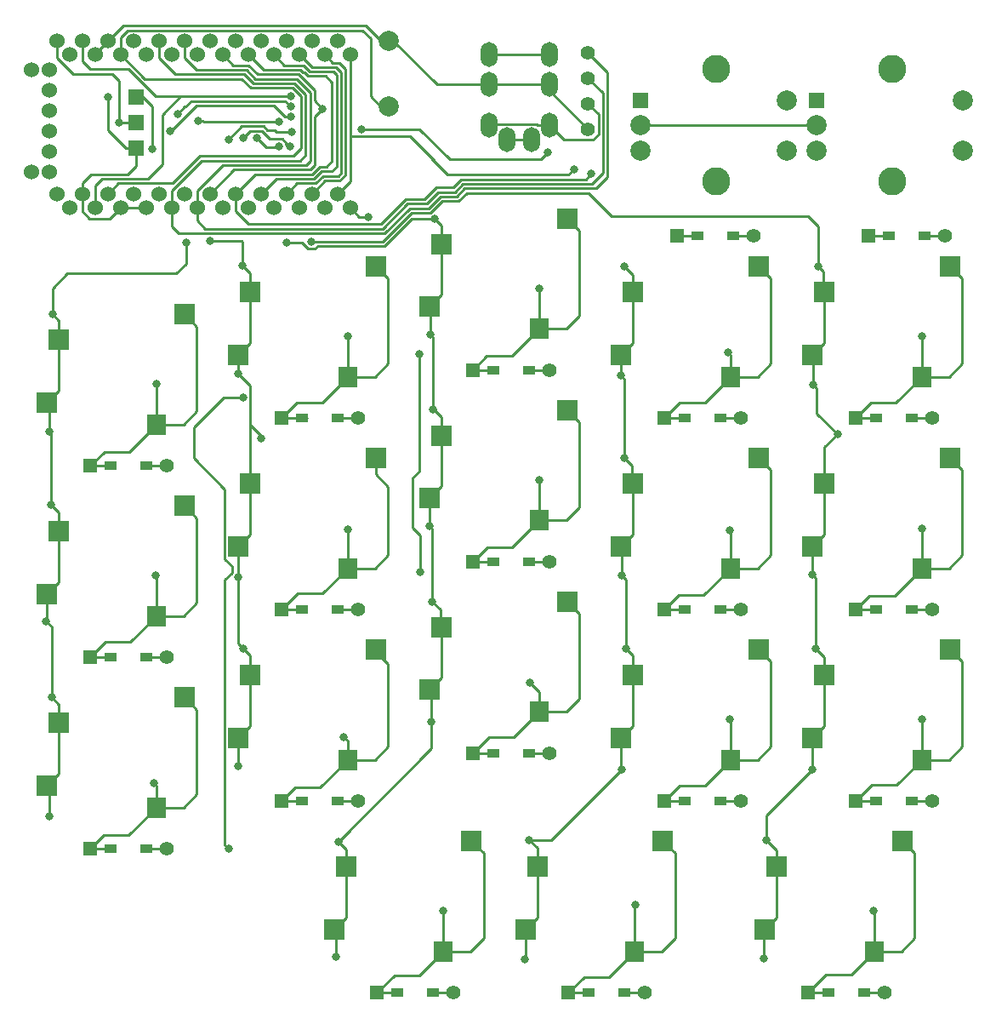
<source format=gbl>
G04 #@! TF.GenerationSoftware,KiCad,Pcbnew,(5.1.6-0-10_14)*
G04 #@! TF.CreationDate,2022-08-07T23:10:57+09:00*
G04 #@! TF.ProjectId,cool536,636f6f6c-3533-4362-9e6b-696361645f70,rev?*
G04 #@! TF.SameCoordinates,Original*
G04 #@! TF.FileFunction,Copper,L2,Bot*
G04 #@! TF.FilePolarity,Positive*
%FSLAX46Y46*%
G04 Gerber Fmt 4.6, Leading zero omitted, Abs format (unit mm)*
G04 Created by KiCad (PCBNEW (5.1.6-0-10_14)) date 2022-08-07 23:10:57*
%MOMM*%
%LPD*%
G01*
G04 APERTURE LIST*
G04 #@! TA.AperFunction,WasherPad*
%ADD10C,1.524000*%
G04 #@! TD*
G04 #@! TA.AperFunction,SMDPad,CuDef*
%ADD11R,2.000000X2.000000*%
G04 #@! TD*
G04 #@! TA.AperFunction,SMDPad,CuDef*
%ADD12R,1.900000X2.000000*%
G04 #@! TD*
G04 #@! TA.AperFunction,ComponentPad*
%ADD13C,2.000000*%
G04 #@! TD*
G04 #@! TA.AperFunction,SMDPad,CuDef*
%ADD14R,1.300000X0.950000*%
G04 #@! TD*
G04 #@! TA.AperFunction,ComponentPad*
%ADD15C,1.397000*%
G04 #@! TD*
G04 #@! TA.AperFunction,ComponentPad*
%ADD16R,1.397000X1.397000*%
G04 #@! TD*
G04 #@! TA.AperFunction,ComponentPad*
%ADD17O,1.700000X2.500000*%
G04 #@! TD*
G04 #@! TA.AperFunction,ComponentPad*
%ADD18R,1.500000X1.500000*%
G04 #@! TD*
G04 #@! TA.AperFunction,ComponentPad*
%ADD19C,2.800000*%
G04 #@! TD*
G04 #@! TA.AperFunction,SMDPad,CuDef*
%ADD20R,1.524000X1.524000*%
G04 #@! TD*
G04 #@! TA.AperFunction,ComponentPad*
%ADD21C,1.524000*%
G04 #@! TD*
G04 #@! TA.AperFunction,ViaPad*
%ADD22C,0.800000*%
G04 #@! TD*
G04 #@! TA.AperFunction,Conductor*
%ADD23C,0.250000*%
G04 #@! TD*
G04 APERTURE END LIST*
D10*
X39906800Y-38910000D03*
X39906800Y-49070000D03*
X41710000Y-38910000D03*
X41710000Y-40942000D03*
X41710000Y-42974000D03*
X41710000Y-45006000D03*
X41710000Y-47038000D03*
X41710000Y-49070000D03*
D11*
X93250000Y-91790000D03*
X80750000Y-94330000D03*
D12*
X90450000Y-102770000D03*
D11*
X79550000Y-100570000D03*
X41450000Y-91045000D03*
D12*
X52350000Y-93245000D03*
D11*
X42650000Y-84805000D03*
X55150000Y-82265000D03*
X74200000Y-77502500D03*
X61700000Y-80042500D03*
D12*
X71400000Y-88482500D03*
D11*
X60500000Y-86282500D03*
D13*
X75460000Y-36040000D03*
X75460000Y-42540000D03*
D14*
X70375000Y-73532499D03*
D15*
X72410000Y-73532499D03*
D16*
X64790000Y-73532499D03*
D14*
X66825000Y-73532499D03*
D17*
X87250000Y-45870000D03*
X91450000Y-44370000D03*
X91450000Y-40370000D03*
X91450000Y-37370000D03*
X85500000Y-40370000D03*
X85500000Y-37370000D03*
X89700000Y-45870000D03*
X85500000Y-44370000D03*
D11*
X112300000Y-77502500D03*
X99800000Y-80042500D03*
D12*
X109500000Y-88482500D03*
D11*
X98600000Y-86282500D03*
X89075000Y-124382500D03*
D12*
X99975000Y-126582500D03*
D11*
X90275000Y-118142500D03*
X102775000Y-115602500D03*
X70025000Y-124382500D03*
D12*
X80925000Y-126582500D03*
D11*
X71225000Y-118142500D03*
X83725000Y-115602500D03*
X131350000Y-96552500D03*
X118850000Y-99092500D03*
D12*
X128550000Y-107532500D03*
D11*
X117650000Y-105332500D03*
X131350000Y-58452499D03*
X118850000Y-60992499D03*
D12*
X128550000Y-69432499D03*
D11*
X117650000Y-67232499D03*
X60500000Y-105332500D03*
D12*
X71400000Y-107532500D03*
D11*
X61700000Y-99092500D03*
X74200000Y-96552500D03*
X112300000Y-96552500D03*
X99800000Y-99092500D03*
D12*
X109500000Y-107532500D03*
D11*
X98600000Y-105332500D03*
X131350000Y-77502500D03*
X118850000Y-80042500D03*
D12*
X128550000Y-88482500D03*
D11*
X117650000Y-86282500D03*
X55150000Y-101315000D03*
X42650000Y-103855000D03*
D12*
X52350000Y-112295000D03*
D11*
X41450000Y-110095000D03*
X93250000Y-72740000D03*
X80750000Y-75280000D03*
D12*
X90450000Y-83720000D03*
D11*
X79550000Y-81520000D03*
D14*
X108475000Y-92582500D03*
D15*
X110510000Y-92582500D03*
D16*
X102890000Y-92582500D03*
D14*
X104925000Y-92582500D03*
X127525000Y-92582500D03*
D15*
X129560000Y-92582500D03*
D16*
X121940000Y-92582500D03*
D14*
X123975000Y-92582500D03*
X98950000Y-130682500D03*
D15*
X100985000Y-130682500D03*
D16*
X93365000Y-130682500D03*
D14*
X95400000Y-130682500D03*
X122763000Y-130682500D03*
D15*
X124798000Y-130682500D03*
D16*
X117178000Y-130682500D03*
D14*
X119213000Y-130682500D03*
D15*
X111830000Y-55420000D03*
D16*
X104210000Y-55420000D03*
D14*
X106245000Y-55420000D03*
X109795000Y-55420000D03*
D15*
X130870000Y-55400000D03*
D16*
X123250000Y-55400000D03*
D14*
X125285000Y-55400000D03*
X128835000Y-55400000D03*
D18*
X118090000Y-41910000D03*
D13*
X118090000Y-44410000D03*
X118090000Y-46910000D03*
D19*
X125590000Y-38810000D03*
X125590000Y-50010000D03*
D13*
X132590000Y-41910000D03*
X132590000Y-46910000D03*
D18*
X100560000Y-41910000D03*
D13*
X100560000Y-44410000D03*
X100560000Y-46910000D03*
D19*
X108060000Y-38810000D03*
X108060000Y-50010000D03*
D13*
X115060000Y-41910000D03*
X115060000Y-46910000D03*
D14*
X51325000Y-116395000D03*
D15*
X53360000Y-116395000D03*
D16*
X45740000Y-116395000D03*
D14*
X47775000Y-116395000D03*
D20*
X50300000Y-46680000D03*
X50300000Y-44140000D03*
X50300000Y-41600000D03*
D14*
X89425000Y-68770000D03*
D15*
X91460000Y-68770000D03*
D16*
X83840000Y-68770000D03*
D14*
X85875000Y-68770000D03*
X108475000Y-73532499D03*
D15*
X110510000Y-73532499D03*
D16*
X102890000Y-73532499D03*
D14*
X104925000Y-73532499D03*
X51325000Y-97345000D03*
D15*
X53360000Y-97345000D03*
D16*
X45740000Y-97345000D03*
D14*
X47775000Y-97345000D03*
X127525000Y-73532499D03*
D15*
X129560000Y-73532499D03*
D16*
X121940000Y-73532499D03*
D14*
X123975000Y-73532499D03*
X89425000Y-87820000D03*
D15*
X91460000Y-87820000D03*
D16*
X83840000Y-87820000D03*
D14*
X85875000Y-87820000D03*
X70375000Y-92582500D03*
D15*
X72410000Y-92582500D03*
D16*
X64790000Y-92582500D03*
D14*
X66825000Y-92582500D03*
X70375000Y-111632500D03*
D15*
X72410000Y-111632500D03*
D16*
X64790000Y-111632500D03*
D14*
X66825000Y-111632500D03*
X89425000Y-106870000D03*
D15*
X91460000Y-106870000D03*
D16*
X83840000Y-106870000D03*
D14*
X85875000Y-106870000D03*
X108475000Y-111632500D03*
D15*
X110510000Y-111632500D03*
D16*
X102890000Y-111632500D03*
D14*
X104925000Y-111632500D03*
X127525000Y-111632500D03*
D15*
X129560000Y-111632500D03*
D16*
X121940000Y-111632500D03*
D14*
X123975000Y-111632500D03*
X79900000Y-130682500D03*
D15*
X81935000Y-130682500D03*
D16*
X74315000Y-130682500D03*
D14*
X76350000Y-130682500D03*
D15*
X95330000Y-44820000D03*
X95330000Y-42280000D03*
X95330000Y-39740000D03*
X95330000Y-37200000D03*
D21*
X43692000Y-37360000D03*
X46232000Y-37360000D03*
X48772000Y-37360000D03*
X51312000Y-37360000D03*
X53852000Y-37360000D03*
X56392000Y-37360000D03*
X58932000Y-37360000D03*
X61472000Y-37360000D03*
X64012000Y-37360000D03*
X66552000Y-37360000D03*
X69092000Y-37360000D03*
X71632000Y-37360000D03*
X71632000Y-52600000D03*
X69092000Y-52600000D03*
X66552000Y-52600000D03*
X64012000Y-52600000D03*
X61472000Y-52600000D03*
X58932000Y-52600000D03*
X56392000Y-52600000D03*
X53852000Y-52600000D03*
X51312000Y-52600000D03*
X48772000Y-52600000D03*
X46232000Y-52600000D03*
X43692000Y-52600000D03*
X42422000Y-36053600D03*
X44962000Y-36053600D03*
X47502000Y-36053600D03*
X50042000Y-36053600D03*
X52582000Y-36053600D03*
X55122000Y-36053600D03*
X57662000Y-36053600D03*
X60202000Y-36053600D03*
X62742000Y-36053600D03*
X65282000Y-36053600D03*
X67822000Y-36053600D03*
X70362000Y-36053600D03*
X70362000Y-51273600D03*
X67822000Y-51273600D03*
X65282000Y-51273600D03*
X62742000Y-51273600D03*
X60202000Y-51273600D03*
X57662000Y-51273600D03*
X55122000Y-51273600D03*
X52582000Y-51273600D03*
X50042000Y-51273600D03*
X47502000Y-51273600D03*
X44962000Y-51273600D03*
X42422000Y-51273600D03*
D14*
X51325000Y-78295000D03*
D15*
X53360000Y-78295000D03*
D16*
X45740000Y-78295000D03*
D14*
X47775000Y-78295000D03*
D11*
X126588000Y-115602500D03*
X114088000Y-118142500D03*
D12*
X123788000Y-126582500D03*
D11*
X112888000Y-124382500D03*
X60500000Y-67232499D03*
D12*
X71400000Y-69432499D03*
D11*
X61700000Y-60992499D03*
X74200000Y-58452499D03*
X79550000Y-62470000D03*
D12*
X90450000Y-64670000D03*
D11*
X80750000Y-56230000D03*
X93250000Y-53690000D03*
X98600000Y-67232499D03*
D12*
X109500000Y-69432499D03*
D11*
X99800000Y-60992499D03*
X112300000Y-58452499D03*
X41450000Y-71995000D03*
D12*
X52350000Y-74195000D03*
D11*
X42650000Y-65755000D03*
X55150000Y-63215000D03*
D22*
X52350001Y-70169999D03*
X71387498Y-65407498D03*
X90475001Y-60644999D03*
X109240000Y-67020000D03*
X128577498Y-65407498D03*
X52309999Y-89219999D03*
X71400000Y-84650000D03*
X90474999Y-79694999D03*
X109425000Y-84695000D03*
X128550000Y-84490000D03*
X52101999Y-109841999D03*
X70995749Y-105235749D03*
X89515000Y-99815000D03*
X109467499Y-103507499D03*
X128527499Y-103507499D03*
X80917499Y-122557499D03*
X99987501Y-121957501D03*
X123767499Y-122557499D03*
X73450000Y-53534990D03*
X78643501Y-88843501D03*
X78500000Y-67200000D03*
X60970000Y-71460000D03*
X59525000Y-116395000D03*
X95667158Y-49202842D03*
X53700000Y-44970000D03*
X65700102Y-43535359D03*
X51940000Y-46730000D03*
X47520000Y-41600000D03*
X65745552Y-41536497D03*
X48600000Y-44170000D03*
X64520000Y-44020000D03*
X72770000Y-44780000D03*
X91280000Y-47094980D03*
X56490000Y-43990000D03*
X65835858Y-45054142D03*
X59590000Y-45800000D03*
X54470000Y-43266990D03*
X41940000Y-101330000D03*
X41700000Y-74880000D03*
X55300000Y-56060000D03*
X41390000Y-93730000D03*
X41900000Y-82150000D03*
X65697833Y-42535360D03*
X42000000Y-63210000D03*
X41730000Y-113190000D03*
X65630000Y-46540000D03*
X60990000Y-45695000D03*
X64520000Y-46500000D03*
X62380000Y-45695000D03*
X68910000Y-42780000D03*
X60510000Y-89360000D03*
X60980000Y-96430000D03*
X60950000Y-58380000D03*
X60510000Y-108180000D03*
X57710000Y-55885010D03*
X60490000Y-69080000D03*
X62780000Y-75530000D03*
X70220000Y-127080000D03*
X79550000Y-84250000D03*
X79810000Y-91790000D03*
X79700000Y-103740000D03*
X65280000Y-56100000D03*
X80070000Y-53740000D03*
X70450000Y-115660000D03*
X79610000Y-65240000D03*
X79910000Y-72670000D03*
X117750000Y-70210000D03*
X67790000Y-55960000D03*
X117620000Y-89120000D03*
X113070000Y-115480000D03*
X112830000Y-127280000D03*
X117670000Y-108450000D03*
X118262499Y-58452499D03*
X117960000Y-96450000D03*
X120140000Y-75100000D03*
X93905000Y-48815000D03*
X89470000Y-115510000D03*
X99100000Y-96470000D03*
X98710000Y-89200000D03*
X98952500Y-77502500D03*
X98640000Y-108520000D03*
X98900000Y-58420000D03*
X98590000Y-69330000D03*
X89050000Y-127360000D03*
D23*
X55051002Y-74195000D02*
X56375001Y-72871001D01*
X52350000Y-74195000D02*
X55051002Y-74195000D01*
X56375001Y-72871001D02*
X56375001Y-64440001D01*
X52350000Y-74195000D02*
X49665000Y-76880000D01*
X47155000Y-76880000D02*
X45740000Y-78295000D01*
X49665000Y-76880000D02*
X47155000Y-76880000D01*
X45740000Y-78295000D02*
X47775000Y-78295000D01*
X52350001Y-72944999D02*
X52350001Y-70169999D01*
X52350000Y-74195000D02*
X52350001Y-72944999D01*
X56375001Y-64440001D02*
X55150000Y-63215000D01*
X71400000Y-69432499D02*
X68862499Y-71970000D01*
X68862499Y-71970000D02*
X66352499Y-71970000D01*
X66352499Y-71970000D02*
X64790000Y-73532499D01*
X64790000Y-73532499D02*
X67337501Y-73532499D01*
X74200000Y-58452499D02*
X75425001Y-59677500D01*
X75425001Y-59677500D02*
X75425001Y-68108500D01*
X74101002Y-69432499D02*
X71400000Y-69432499D01*
X75425001Y-68108500D02*
X74101002Y-69432499D01*
X71400000Y-69432499D02*
X71400000Y-65420000D01*
X71400000Y-65420000D02*
X71387498Y-65407498D01*
X94475001Y-63346001D02*
X93151002Y-64670000D01*
X94475001Y-54915001D02*
X94475001Y-63346001D01*
X93250000Y-53690000D02*
X94475001Y-54915001D01*
X93151002Y-64670000D02*
X90450000Y-64670000D01*
X90450000Y-60670000D02*
X90475001Y-60644999D01*
X90450000Y-64670000D02*
X90450000Y-60670000D01*
X87760000Y-67360000D02*
X85250000Y-67360000D01*
X85250000Y-67360000D02*
X83840000Y-68770000D01*
X90450000Y-64670000D02*
X87760000Y-67360000D01*
X83840000Y-68770000D02*
X85875000Y-68770000D01*
X104432499Y-71990000D02*
X102890000Y-73532499D01*
X102890000Y-73532499D02*
X104925000Y-73532499D01*
X106942499Y-71990000D02*
X104432499Y-71990000D01*
X109500000Y-69432499D02*
X106942499Y-71990000D01*
X113525001Y-59677500D02*
X113525001Y-68108500D01*
X112300000Y-58452499D02*
X113525001Y-59677500D01*
X113525001Y-68108500D02*
X112201002Y-69432499D01*
X112201002Y-69432499D02*
X109500000Y-69432499D01*
X109500000Y-67280000D02*
X109240000Y-67020000D01*
X109500000Y-69432499D02*
X109500000Y-67280000D01*
X128550000Y-65434996D02*
X128577498Y-65407498D01*
X128550000Y-69432499D02*
X128550000Y-65434996D01*
X131350000Y-58452499D02*
X132575001Y-59677500D01*
X131251002Y-69432499D02*
X128550000Y-69432499D01*
X132575001Y-59677500D02*
X132575001Y-68108500D01*
X121940000Y-73532499D02*
X123975000Y-73532499D01*
X132575001Y-68108500D02*
X131251002Y-69432499D01*
X123462499Y-72010000D02*
X121940000Y-73532499D01*
X128550000Y-69432499D02*
X125972499Y-72010000D01*
X125972499Y-72010000D02*
X123462499Y-72010000D01*
X55051002Y-93245000D02*
X52350000Y-93245000D01*
X56375001Y-91921001D02*
X55051002Y-93245000D01*
X52350000Y-89260000D02*
X52309999Y-89219999D01*
X45740000Y-97345000D02*
X47775000Y-97345000D01*
X47265000Y-95820000D02*
X45740000Y-97345000D01*
X49775000Y-95820000D02*
X47265000Y-95820000D01*
X52350000Y-93245000D02*
X49775000Y-95820000D01*
X56375001Y-83490001D02*
X56375001Y-91921001D01*
X55150000Y-82265000D02*
X56375001Y-83490001D01*
X52350000Y-93245000D02*
X52350000Y-89260000D01*
X64790000Y-92582500D02*
X66825000Y-92582500D01*
X71400000Y-88482500D02*
X71400000Y-84650000D01*
X68902500Y-90980000D02*
X66392500Y-90980000D01*
X66392500Y-90980000D02*
X64790000Y-92582500D01*
X74200000Y-77502500D02*
X74200000Y-79131498D01*
X74101002Y-88482500D02*
X71400000Y-88482500D01*
X74200000Y-79131498D02*
X75425001Y-80356499D01*
X75425001Y-80356499D02*
X75425001Y-87158501D01*
X75425001Y-87158501D02*
X74101002Y-88482500D01*
X71400000Y-88482500D02*
X68902500Y-90980000D01*
X83840000Y-87820000D02*
X85875000Y-87820000D01*
X85270000Y-86390000D02*
X83840000Y-87820000D01*
X87780000Y-86390000D02*
X85270000Y-86390000D01*
X93250000Y-72740000D02*
X94425001Y-73915001D01*
X94425001Y-73915001D02*
X94425001Y-78704999D01*
X94475001Y-78754999D02*
X94475001Y-82396001D01*
X94425001Y-78704999D02*
X94475001Y-78754999D01*
X94475001Y-82396001D02*
X93151002Y-83720000D01*
X93151002Y-83720000D02*
X90450000Y-83720000D01*
X90450000Y-83720000D02*
X87780000Y-86390000D01*
X90450000Y-83720000D02*
X90450000Y-79719998D01*
X90450000Y-79719998D02*
X90474999Y-79694999D01*
X109500000Y-84770000D02*
X109425000Y-84695000D01*
X106842500Y-91140000D02*
X104332500Y-91140000D01*
X104332500Y-91140000D02*
X102890000Y-92582500D01*
X113525001Y-87158501D02*
X112201002Y-88482500D01*
X112300000Y-77502500D02*
X113525001Y-78727501D01*
X113525001Y-78727501D02*
X113525001Y-87158501D01*
X112201002Y-88482500D02*
X109500000Y-88482500D01*
X102890000Y-92582500D02*
X104925000Y-92582500D01*
X109500000Y-88482500D02*
X106842500Y-91140000D01*
X109500000Y-88482500D02*
X109500000Y-84770000D01*
X128550000Y-88482500D02*
X125842500Y-91190000D01*
X121940000Y-92582500D02*
X123975000Y-92582500D01*
X125842500Y-91190000D02*
X123332500Y-91190000D01*
X123332500Y-91190000D02*
X121940000Y-92582500D01*
X132575001Y-87158501D02*
X131251002Y-88482500D01*
X132575001Y-78727501D02*
X132575001Y-87158501D01*
X131350000Y-77502500D02*
X132575001Y-78727501D01*
X131251002Y-88482500D02*
X128550000Y-88482500D01*
X128550000Y-88482500D02*
X128550000Y-84490000D01*
X49595000Y-115050000D02*
X47085000Y-115050000D01*
X47085000Y-115050000D02*
X45740000Y-116395000D01*
X52350000Y-110090000D02*
X52101999Y-109841999D01*
X52350000Y-112295000D02*
X52350000Y-110090000D01*
X45740000Y-116395000D02*
X47775000Y-116395000D01*
X52350000Y-112295000D02*
X49595000Y-115050000D01*
X55150000Y-101315000D02*
X56375001Y-102540001D01*
X56375001Y-102540001D02*
X56375001Y-110971001D01*
X56375001Y-110971001D02*
X55051002Y-112295000D01*
X55051002Y-112295000D02*
X52350000Y-112295000D01*
X66132500Y-110290000D02*
X64790000Y-111632500D01*
X68642500Y-110290000D02*
X66132500Y-110290000D01*
X71400000Y-107532500D02*
X68642500Y-110290000D01*
X74101002Y-107532500D02*
X71400000Y-107532500D01*
X74200000Y-96790000D02*
X75425001Y-98015001D01*
X75425001Y-98015001D02*
X75425001Y-106208501D01*
X75425001Y-106208501D02*
X74101002Y-107532500D01*
X74200000Y-96552500D02*
X74200000Y-96790000D01*
X64790000Y-111632500D02*
X66825000Y-111632500D01*
X71400000Y-107532500D02*
X71400000Y-105640000D01*
X71400000Y-105640000D02*
X70995749Y-105235749D01*
X90450000Y-100750000D02*
X89515000Y-99815000D01*
X90450000Y-102770000D02*
X90450000Y-100750000D01*
X83840000Y-106870000D02*
X85875000Y-106870000D01*
X87960000Y-105260000D02*
X85450000Y-105260000D01*
X94475001Y-101446001D02*
X93151002Y-102770000D01*
X93151002Y-102770000D02*
X90450000Y-102770000D01*
X93250000Y-91790000D02*
X94475001Y-93015001D01*
X94475001Y-93015001D02*
X94475001Y-101446001D01*
X85450000Y-105260000D02*
X83840000Y-106870000D01*
X90450000Y-102770000D02*
X87960000Y-105260000D01*
X109500000Y-107532500D02*
X109500000Y-103540000D01*
X109500000Y-103540000D02*
X109467499Y-103507499D01*
X102890000Y-111632500D02*
X104925000Y-111632500D01*
X109500000Y-107532500D02*
X106972500Y-110060000D01*
X112201002Y-107532500D02*
X109500000Y-107532500D01*
X112300000Y-96552500D02*
X113525001Y-97777501D01*
X113525001Y-106208501D02*
X112201002Y-107532500D01*
X113525001Y-97777501D02*
X113525001Y-106208501D01*
X104462500Y-110060000D02*
X102890000Y-111632500D01*
X106972500Y-110060000D02*
X104462500Y-110060000D01*
X128550000Y-107532500D02*
X128550000Y-103530000D01*
X128550000Y-103530000D02*
X128527499Y-103507499D01*
X128550000Y-107532500D02*
X126042500Y-110040000D01*
X121940000Y-111632500D02*
X123975000Y-111632500D01*
X123532500Y-110040000D02*
X121940000Y-111632500D01*
X132575001Y-97777501D02*
X132575001Y-106208501D01*
X132575001Y-106208501D02*
X131251002Y-107532500D01*
X126042500Y-110040000D02*
X123532500Y-110040000D01*
X131350000Y-96552500D02*
X132575001Y-97777501D01*
X131251002Y-107532500D02*
X128550000Y-107532500D01*
X80925000Y-126582500D02*
X80925000Y-122565000D01*
X80925000Y-122565000D02*
X80917499Y-122557499D01*
X76037500Y-128960000D02*
X74315000Y-130682500D01*
X80925000Y-126582500D02*
X78547500Y-128960000D01*
X78547500Y-128960000D02*
X76037500Y-128960000D01*
X83725000Y-115602500D02*
X84950001Y-116827501D01*
X83626002Y-126582500D02*
X80925000Y-126582500D01*
X84950001Y-125258501D02*
X83626002Y-126582500D01*
X84950001Y-116827501D02*
X84950001Y-125258501D01*
X74315000Y-130682500D02*
X76350000Y-130682500D01*
X93365000Y-130682500D02*
X95400000Y-130682500D01*
X99975000Y-121970002D02*
X99987501Y-121957501D01*
X99975000Y-126582500D02*
X99975000Y-121970002D01*
X94907500Y-129140000D02*
X93365000Y-130682500D01*
X99975000Y-126582500D02*
X97417500Y-129140000D01*
X97417500Y-129140000D02*
X94907500Y-129140000D01*
X102676002Y-126582500D02*
X99975000Y-126582500D01*
X104000001Y-116827501D02*
X104000001Y-125258501D01*
X104000001Y-125258501D02*
X102676002Y-126582500D01*
X102775000Y-115602500D02*
X104000001Y-116827501D01*
X127813001Y-116827501D02*
X127813001Y-125258501D01*
X127813001Y-125258501D02*
X126489002Y-126582500D01*
X126588000Y-115602500D02*
X127813001Y-116827501D01*
X126489002Y-126582500D02*
X123788000Y-126582500D01*
X123788000Y-122578000D02*
X123767499Y-122557499D01*
X123788000Y-126582500D02*
X123788000Y-122578000D01*
X121510500Y-128860000D02*
X119000500Y-128860000D01*
X119000500Y-128860000D02*
X117178000Y-130682500D01*
X117178000Y-130682500D02*
X119213000Y-130682500D01*
X123788000Y-126582500D02*
X121510500Y-128860000D01*
X106245000Y-55420000D02*
X104210000Y-55420000D01*
X125285000Y-55400000D02*
X123250000Y-55400000D01*
X75460000Y-42540000D02*
X74670000Y-42540000D01*
X48772000Y-35714838D02*
X48772000Y-37360000D01*
X49520239Y-34966599D02*
X48772000Y-35714838D01*
X60847031Y-39797031D02*
X51209030Y-39797030D01*
X66761920Y-41527560D02*
X65931409Y-40697049D01*
X53963829Y-50186599D02*
X56663889Y-47486539D01*
X47502000Y-51273600D02*
X48589001Y-50186599D01*
X48589001Y-50186599D02*
X53963829Y-50186599D01*
X66761920Y-46718080D02*
X66761920Y-41527560D01*
X56663889Y-47486539D02*
X65993461Y-47486539D01*
X61747049Y-40697049D02*
X60847031Y-39797031D01*
X65931409Y-40697049D02*
X61747049Y-40697049D01*
X51209030Y-39797030D02*
X48772000Y-37360000D01*
X65993461Y-47486539D02*
X66761920Y-46718080D01*
X72836599Y-34966599D02*
X49520239Y-34966599D01*
X73660000Y-41530000D02*
X73660000Y-35790000D01*
X73660000Y-35790000D02*
X72836599Y-34966599D01*
X74670000Y-42540000D02*
X73660000Y-41530000D01*
X51325000Y-78295000D02*
X53360000Y-78295000D01*
X71632000Y-52600000D02*
X72542000Y-53510000D01*
X70375000Y-73532499D02*
X72410000Y-73532499D01*
X127525000Y-73532499D02*
X129560000Y-73532499D01*
X108475000Y-73532499D02*
X110510000Y-73532499D01*
X89425000Y-68770000D02*
X91460000Y-68770000D01*
X73425010Y-53510000D02*
X73450000Y-53534990D01*
X72542000Y-53510000D02*
X73425010Y-53510000D01*
X108475000Y-92582500D02*
X110510000Y-92582500D01*
X89425000Y-87820000D02*
X91460000Y-87820000D01*
X78500000Y-67200000D02*
X78500000Y-78850000D01*
X77860000Y-84450000D02*
X78643501Y-85233501D01*
X78643501Y-85233501D02*
X78643501Y-88843501D01*
X127525000Y-92582500D02*
X129560000Y-92582500D01*
X70375000Y-92582500D02*
X72410000Y-92582500D01*
X78500000Y-78850000D02*
X77860000Y-79490000D01*
X77860000Y-79490000D02*
X77860000Y-84450000D01*
X51325000Y-97345000D02*
X53360000Y-97345000D01*
X70281970Y-48558030D02*
X70281970Y-39371970D01*
X68047001Y-49736589D02*
X68773600Y-49009990D01*
X70281970Y-39371970D02*
X69990009Y-39080009D01*
X68773600Y-49009990D02*
X69830010Y-49009990D01*
X69990009Y-39080009D02*
X67635598Y-39080008D01*
X67635598Y-39080008D02*
X67002591Y-38447001D01*
X64279011Y-49736589D02*
X68047001Y-49736589D01*
X67002591Y-38447001D02*
X65099001Y-38447001D01*
X62742000Y-51273600D02*
X64279011Y-49736589D01*
X65099001Y-38447001D02*
X64012000Y-37360000D01*
X69830010Y-49009990D02*
X70281970Y-48558030D01*
X108475000Y-111632500D02*
X110510000Y-111632500D01*
X89425000Y-106870000D02*
X91460000Y-106870000D01*
X51325000Y-116395000D02*
X53360000Y-116395000D01*
X127525000Y-111632500D02*
X129560000Y-111632500D01*
X70375000Y-111632500D02*
X72410000Y-111632500D01*
X56050000Y-74490000D02*
X59080000Y-71460000D01*
X56050000Y-77510000D02*
X56050000Y-74490000D01*
X59080000Y-71460000D02*
X60970000Y-71460000D01*
X59174999Y-80634999D02*
X56050000Y-77510000D01*
X59174999Y-87542501D02*
X59174999Y-80634999D01*
X59525000Y-116395000D02*
X59174999Y-116044999D01*
X59174999Y-116044999D02*
X59174999Y-89621999D01*
X59860000Y-88227502D02*
X59174999Y-87542501D01*
X59860000Y-88936998D02*
X59860000Y-88227502D01*
X59174999Y-89621999D02*
X59860000Y-88936998D01*
X60202000Y-52938762D02*
X61523228Y-54259990D01*
X61523228Y-54259990D02*
X74693600Y-54259990D01*
X74693600Y-54259990D02*
X77192210Y-51761380D01*
X77192210Y-51761380D02*
X79066388Y-51761380D01*
X60202000Y-51273600D02*
X60202000Y-52938762D01*
X79066388Y-51761380D02*
X80237768Y-50590000D01*
X80237768Y-50590000D02*
X81873590Y-50590000D01*
X81873590Y-50590000D02*
X82672210Y-49791380D01*
X82672210Y-49791380D02*
X95078620Y-49791380D01*
X95078620Y-49791380D02*
X95667158Y-49202842D01*
X98950000Y-130682500D02*
X100985000Y-130682500D01*
X68587200Y-48559980D02*
X69260020Y-48559980D01*
X63009011Y-38897011D02*
X61472000Y-37360000D01*
X66677011Y-38897011D02*
X63009011Y-38897011D01*
X69831960Y-40181960D02*
X69180018Y-39530018D01*
X67860601Y-49286579D02*
X68587200Y-48559980D01*
X67449197Y-39530017D02*
X67069180Y-39150000D01*
X69180018Y-39530018D02*
X67449197Y-39530017D01*
X69831960Y-47988040D02*
X69831960Y-40181960D01*
X67069180Y-39150000D02*
X66930000Y-39150000D01*
X69260020Y-48559980D02*
X69831960Y-47988040D01*
X66930000Y-39150000D02*
X66677011Y-38897011D01*
X62189021Y-49286579D02*
X67860601Y-49286579D01*
X60202000Y-51273600D02*
X62189021Y-49286579D01*
X79900000Y-130682500D02*
X81935000Y-130682500D01*
X122763000Y-130682500D02*
X124798000Y-130682500D01*
X130870000Y-55400000D02*
X128835000Y-55400000D01*
X111830000Y-55420000D02*
X109795000Y-55420000D01*
X87250000Y-45870000D02*
X89700000Y-45870000D01*
X91450000Y-44370000D02*
X90261715Y-44370000D01*
X90261715Y-44370000D02*
X90186705Y-44294990D01*
X90186705Y-44294990D02*
X85575010Y-44294990D01*
X85575010Y-44294990D02*
X85500000Y-44370000D01*
X95821281Y-45843501D02*
X92923501Y-45843501D01*
X92923501Y-45843501D02*
X91450000Y-44370000D01*
X96353501Y-43303501D02*
X96353501Y-45311281D01*
X95330000Y-42280000D02*
X96353501Y-43303501D01*
X96353501Y-45311281D02*
X95821281Y-45843501D01*
X65134417Y-43535359D02*
X65700102Y-43535359D01*
X56373475Y-42436517D02*
X64035575Y-42436517D01*
X64035575Y-42436517D02*
X65134417Y-43535359D01*
X53839992Y-44970000D02*
X56373475Y-42436517D01*
X53700000Y-44970000D02*
X53839992Y-44970000D01*
X50300000Y-41600000D02*
X50970000Y-41600000D01*
X51940000Y-42570000D02*
X51940000Y-46730000D01*
X50970000Y-41600000D02*
X51940000Y-42570000D01*
X91450000Y-40370000D02*
X91450000Y-40940000D01*
X91450000Y-40940000D02*
X95330000Y-44820000D01*
X85500000Y-40370000D02*
X91450000Y-40370000D01*
X80270000Y-40370000D02*
X75940000Y-36040000D01*
X75940000Y-36040000D02*
X75460000Y-36040000D01*
X85500000Y-40370000D02*
X80270000Y-40370000D01*
X73206590Y-34516590D02*
X74730000Y-36040000D01*
X74730000Y-36040000D02*
X75460000Y-36040000D01*
X49039010Y-34516590D02*
X73016590Y-34516590D01*
X73016590Y-34516590D02*
X73206590Y-34516590D01*
X118090000Y-44410000D02*
X100560000Y-44410000D01*
X48772000Y-52600000D02*
X51312000Y-52600000D01*
X46232000Y-37323600D02*
X47502000Y-36053600D01*
X46232000Y-37360000D02*
X46232000Y-37323600D01*
X47502000Y-36053600D02*
X49039010Y-34516590D01*
X45710239Y-53687001D02*
X47684999Y-53687001D01*
X47684999Y-53687001D02*
X48772000Y-52600000D01*
X44962000Y-51273600D02*
X44962000Y-52938762D01*
X44962000Y-52938762D02*
X45710239Y-53687001D01*
X50300000Y-46680000D02*
X50300000Y-48466579D01*
X44962000Y-50195970D02*
X44962000Y-51273600D01*
X45871391Y-49286579D02*
X44962000Y-50195970D01*
X49480000Y-49286579D02*
X45871391Y-49286579D01*
X50300000Y-48466579D02*
X49480000Y-49286579D01*
X47520000Y-44912000D02*
X47520000Y-41600000D01*
X49288000Y-46680000D02*
X47520000Y-44912000D01*
X50300000Y-46680000D02*
X49288000Y-46680000D01*
X85500000Y-37370000D02*
X91450000Y-37370000D01*
X44962000Y-38032000D02*
X44962000Y-36053600D01*
X46232000Y-52600000D02*
X46232000Y-50438000D01*
X46232000Y-50438000D02*
X46933411Y-49736589D01*
X46933411Y-49736589D02*
X51473411Y-49736589D01*
X51473411Y-49736589D02*
X52930000Y-48280000D01*
X52930000Y-43360000D02*
X54753503Y-41536497D01*
X52930000Y-48280000D02*
X52930000Y-43360000D01*
X45720000Y-38790000D02*
X44962000Y-38032000D01*
X65745552Y-41536497D02*
X55663503Y-41536497D01*
X55663503Y-41536497D02*
X54753503Y-41536497D01*
X49565590Y-38790000D02*
X52312087Y-41536497D01*
X52312087Y-41536497D02*
X55663503Y-41536497D01*
X45720000Y-38790000D02*
X49565590Y-38790000D01*
X50270000Y-44170000D02*
X50300000Y-44140000D01*
X48600000Y-44170000D02*
X50270000Y-44170000D01*
X42422000Y-37698762D02*
X44073238Y-39350000D01*
X42422000Y-36053600D02*
X42422000Y-37698762D01*
X44073238Y-39350000D02*
X47930000Y-39350000D01*
X48600000Y-40020000D02*
X48600000Y-44170000D01*
X47930000Y-39350000D02*
X48600000Y-40020000D01*
X95708610Y-50241390D02*
X96803511Y-49146489D01*
X96803511Y-49146489D02*
X96803511Y-41213511D01*
X79252788Y-52211390D02*
X80414198Y-51049980D01*
X96803511Y-41213511D02*
X95330000Y-39740000D01*
X55122000Y-37698762D02*
X55921619Y-38498381D01*
X67661940Y-47958060D02*
X67233441Y-48386559D01*
X67233441Y-48386559D02*
X58940279Y-48386559D01*
X61310601Y-38897011D02*
X62210620Y-39797030D01*
X67661940Y-41154760D02*
X67661940Y-47958060D01*
X56320249Y-38897011D02*
X61310601Y-38897011D01*
X55122000Y-36053600D02*
X55122000Y-37698762D01*
X58940279Y-48386559D02*
X56392000Y-50934838D01*
X66304211Y-39797031D02*
X67661940Y-41154760D01*
X62210620Y-39797030D02*
X66304211Y-39797031D01*
X55921619Y-38498381D02*
X56320249Y-38897011D01*
X56392000Y-50934838D02*
X56392000Y-52600000D01*
X55921619Y-38498381D02*
X55304999Y-37881761D01*
X56392000Y-52600000D02*
X56392000Y-53902000D01*
X56392000Y-53902000D02*
X57200000Y-54710000D01*
X57200000Y-54710000D02*
X74880000Y-54710000D01*
X74880000Y-54710000D02*
X77378610Y-52211390D01*
X80414198Y-51049980D02*
X82050020Y-51049980D01*
X82858610Y-50241390D02*
X95708610Y-50241390D01*
X77378610Y-52211390D02*
X79252788Y-52211390D01*
X82050020Y-51049980D02*
X82858610Y-50241390D01*
X77565010Y-52661400D02*
X79439188Y-52661400D01*
X53852000Y-54462000D02*
X54550010Y-55160010D01*
X82236420Y-51499990D02*
X83045010Y-50691400D01*
X75066400Y-55160010D02*
X77565010Y-52661400D01*
X79439188Y-52661400D02*
X80600598Y-51499990D01*
X54550010Y-55160010D02*
X75066400Y-55160010D01*
X53852000Y-52600000D02*
X53852000Y-54462000D01*
X80600598Y-51499990D02*
X82236420Y-51499990D01*
X83045010Y-50691400D02*
X96138600Y-50691400D01*
X96138600Y-50691400D02*
X97253520Y-49576480D01*
X97253520Y-49576480D02*
X97253521Y-39123521D01*
X97253521Y-39123521D02*
X95330000Y-37200000D01*
X67211930Y-47378070D02*
X67211930Y-41341160D01*
X67211930Y-41341160D02*
X66117810Y-40247040D01*
X53852000Y-52600000D02*
X53852000Y-50934838D01*
X66117810Y-40247040D02*
X62024219Y-40247039D01*
X56850289Y-47936549D02*
X66653451Y-47936549D01*
X54230259Y-39347021D02*
X52582000Y-37698762D01*
X52582000Y-37698762D02*
X52582000Y-36053600D01*
X66653451Y-47936549D02*
X67211930Y-47378070D01*
X53852000Y-50934838D02*
X56850289Y-47936549D01*
X62024219Y-40247039D02*
X61124201Y-39347021D01*
X61124201Y-39347021D02*
X54230259Y-39347021D01*
X90604980Y-47770000D02*
X81530000Y-47770000D01*
X72770000Y-44780000D02*
X78540000Y-44780000D01*
X78540000Y-44780000D02*
X81530000Y-47770000D01*
X64520000Y-44020000D02*
X57020000Y-44020000D01*
X91280000Y-47094980D02*
X90604980Y-47770000D01*
X56990000Y-43990000D02*
X57020000Y-44020000D01*
X56490000Y-43990000D02*
X56990000Y-43990000D01*
X60870010Y-44519990D02*
X59590000Y-45800000D01*
X63026402Y-44519990D02*
X60870010Y-44519990D01*
X65835858Y-45054142D02*
X64305858Y-45054142D01*
X63386412Y-44880000D02*
X63026402Y-44519990D01*
X64305858Y-45054142D02*
X64131716Y-44880000D01*
X64131716Y-44880000D02*
X63386412Y-44880000D01*
X42000000Y-60670000D02*
X43510000Y-59160000D01*
X65697833Y-42535360D02*
X65148980Y-41986507D01*
X41940000Y-101330000D02*
X41940000Y-94280000D01*
X41940000Y-94280000D02*
X41390000Y-93730000D01*
X55193495Y-42543495D02*
X54470000Y-43266990D01*
X55259519Y-42543495D02*
X55816507Y-41986507D01*
X55193495Y-42543495D02*
X55259519Y-42543495D01*
X65148980Y-41986507D02*
X55816507Y-41986507D01*
X41900000Y-75080000D02*
X41700000Y-74880000D01*
X41900000Y-82150000D02*
X41900000Y-75080000D01*
X55300000Y-58190000D02*
X55300000Y-56060000D01*
X54330000Y-59160000D02*
X55300000Y-58190000D01*
X41730000Y-110375000D02*
X41450000Y-110095000D01*
X41730000Y-113190000D02*
X41730000Y-110375000D01*
X41450000Y-91045000D02*
X41450000Y-93670000D01*
X41450000Y-93670000D02*
X41390000Y-93730000D01*
X42650000Y-82900000D02*
X41900000Y-82150000D01*
X42650000Y-84805000D02*
X42650000Y-82900000D01*
X42650000Y-84805000D02*
X42650000Y-89845000D01*
X42650000Y-89845000D02*
X41450000Y-91045000D01*
X42650000Y-65755000D02*
X42650000Y-70795000D01*
X42650000Y-70795000D02*
X41450000Y-71995000D01*
X42650000Y-108895000D02*
X41450000Y-110095000D01*
X42650000Y-103855000D02*
X42650000Y-108895000D01*
X42650000Y-63860000D02*
X42650000Y-65755000D01*
X41940000Y-101330000D02*
X42650000Y-102040000D01*
X42000000Y-63210000D02*
X42650000Y-63860000D01*
X42650000Y-102040000D02*
X42650000Y-103855000D01*
X41700000Y-74880000D02*
X41700000Y-72245000D01*
X42000000Y-63210000D02*
X42000000Y-60670000D01*
X43510000Y-59160000D02*
X54330000Y-59160000D01*
X41700000Y-72245000D02*
X41450000Y-71995000D01*
X65245001Y-46151999D02*
X64868001Y-45774999D01*
X65460000Y-46540000D02*
X65245001Y-46325001D01*
X65630000Y-46540000D02*
X65460000Y-46540000D01*
X64868001Y-45774999D02*
X63645001Y-45774999D01*
X65245001Y-46325001D02*
X65245001Y-46151999D01*
X61715001Y-44969999D02*
X60990000Y-45695000D01*
X63645001Y-45774999D02*
X62840001Y-44969999D01*
X62840001Y-44969999D02*
X61715001Y-44969999D01*
X64390000Y-46630000D02*
X64520000Y-46500000D01*
X62380000Y-45695000D02*
X63315000Y-46630000D01*
X63315000Y-46630000D02*
X64390000Y-46630000D01*
X60510000Y-95960000D02*
X60980000Y-96430000D01*
X60510000Y-89360000D02*
X60510000Y-95960000D01*
X60490000Y-69080000D02*
X61695001Y-70285001D01*
X67674201Y-48836569D02*
X68111950Y-48398820D01*
X60099031Y-48836569D02*
X67674201Y-48836569D01*
X62397021Y-39347021D02*
X61497001Y-38447001D01*
X60019001Y-38447001D02*
X58932000Y-37360000D01*
X66490611Y-39347021D02*
X62397021Y-39347021D01*
X57662000Y-51273600D02*
X60099031Y-48836569D01*
X61497001Y-38447001D02*
X60019001Y-38447001D01*
X68111950Y-40968360D02*
X66490611Y-39347021D01*
X61700000Y-104132500D02*
X60500000Y-105332500D01*
X61700000Y-99092500D02*
X61700000Y-104132500D01*
X61700000Y-99092500D02*
X61700000Y-97150000D01*
X61700000Y-97150000D02*
X60980000Y-96430000D01*
X61700000Y-59130000D02*
X60950000Y-58380000D01*
X61700000Y-60992499D02*
X61700000Y-59130000D01*
X68910000Y-42780000D02*
X68111950Y-41981950D01*
X68111950Y-41738050D02*
X68111950Y-40968360D01*
X68111950Y-48398820D02*
X68111950Y-43711950D01*
X68111950Y-41981950D02*
X68111950Y-41738050D01*
X68111950Y-43578050D02*
X68111950Y-43711950D01*
X68910000Y-42780000D02*
X68111950Y-43578050D01*
X60950000Y-58380000D02*
X60950000Y-56010000D01*
X61700000Y-66032499D02*
X60500000Y-67232499D01*
X61700000Y-60992499D02*
X61700000Y-66032499D01*
X60510000Y-89360000D02*
X60510000Y-86292500D01*
X60510000Y-86292500D02*
X60500000Y-86282500D01*
X60500000Y-108170000D02*
X60510000Y-108180000D01*
X60500000Y-105332500D02*
X60500000Y-108170000D01*
X60825010Y-55885010D02*
X57710000Y-55885010D01*
X60950000Y-56010000D02*
X60825010Y-55885010D01*
X60500000Y-67232499D02*
X60500000Y-69070000D01*
X61700000Y-80042500D02*
X61700000Y-85082500D01*
X60500000Y-69070000D02*
X60490000Y-69080000D01*
X61700000Y-85082500D02*
X60500000Y-86282500D01*
X61695001Y-74255001D02*
X61725001Y-74255001D01*
X61695001Y-70285001D02*
X61695001Y-74255001D01*
X62780000Y-75310000D02*
X62780000Y-75530000D01*
X61725001Y-74255001D02*
X62780000Y-75310000D01*
X61700000Y-78120000D02*
X61700000Y-80042500D01*
X61695001Y-78115001D02*
X61700000Y-78120000D01*
X61695001Y-74255001D02*
X61695001Y-78115001D01*
X42554999Y-51140601D02*
X42422000Y-51273600D01*
X70731980Y-49171610D02*
X70443590Y-49460000D01*
X70189999Y-38629999D02*
X70731980Y-39171980D01*
X66552000Y-37360000D02*
X67821999Y-38629999D01*
X67821999Y-38629999D02*
X70189999Y-38629999D01*
X70443590Y-49460000D02*
X68960000Y-49460000D01*
X68233401Y-50186599D02*
X66369001Y-50186599D01*
X70731980Y-39171980D02*
X70731980Y-49171610D01*
X66369001Y-50186599D02*
X65282000Y-51273600D01*
X68960000Y-49460000D02*
X68233401Y-50186599D01*
X71225000Y-118142500D02*
X71225000Y-116435000D01*
X80610000Y-92590000D02*
X80610000Y-94190000D01*
X70450000Y-115660000D02*
X79700000Y-106410000D01*
X79700000Y-106410000D02*
X79700000Y-103740000D01*
X79810000Y-91790000D02*
X79810000Y-84510000D01*
X79810000Y-84510000D02*
X79550000Y-84250000D01*
X79910000Y-65540000D02*
X79610000Y-65240000D01*
X79910000Y-72670000D02*
X79910000Y-65540000D01*
X79550000Y-81520000D02*
X79550000Y-84250000D01*
X79700000Y-103740000D02*
X79700000Y-100720000D01*
X79700000Y-100720000D02*
X79550000Y-100570000D01*
X80750000Y-75280000D02*
X80750000Y-73450000D01*
X80610000Y-94190000D02*
X80750000Y-94330000D01*
X80750000Y-73450000D02*
X79970000Y-72670000D01*
X79810000Y-91790000D02*
X80610000Y-92590000D01*
X80750000Y-94330000D02*
X80750000Y-99370000D01*
X80750000Y-99370000D02*
X79550000Y-100570000D01*
X80070000Y-53740000D02*
X80750000Y-54420000D01*
X80750000Y-54420000D02*
X80750000Y-56230000D01*
X80070000Y-53740000D02*
X77759230Y-53740000D01*
X77759230Y-53740000D02*
X75089220Y-56410010D01*
X65283002Y-56103002D02*
X65280000Y-56100000D01*
X66860000Y-56103002D02*
X65283002Y-56103002D01*
X68138001Y-56685001D02*
X67441999Y-56685001D01*
X80750000Y-61270000D02*
X79550000Y-62470000D01*
X75089220Y-56410010D02*
X68412992Y-56410010D01*
X79970000Y-72670000D02*
X79910000Y-72670000D01*
X80750000Y-56230000D02*
X80750000Y-61270000D01*
X70220000Y-124577500D02*
X70025000Y-124382500D01*
X70220000Y-127080000D02*
X70220000Y-124577500D01*
X68412992Y-56410010D02*
X68138001Y-56685001D01*
X67441999Y-56685001D02*
X66860000Y-56103002D01*
X71225000Y-123182500D02*
X70025000Y-124382500D01*
X71225000Y-116435000D02*
X70450000Y-115660000D01*
X71225000Y-118142500D02*
X71225000Y-123182500D01*
X80750000Y-75280000D02*
X80750000Y-80320000D01*
X80750000Y-80320000D02*
X79550000Y-81520000D01*
X79610000Y-65240000D02*
X79610000Y-62530000D01*
X79610000Y-62530000D02*
X79550000Y-62470000D01*
X70600000Y-49940000D02*
X71181990Y-49358010D01*
X117750000Y-67332499D02*
X117650000Y-67232499D01*
X71181990Y-49358010D02*
X71181990Y-38791990D01*
X67822000Y-51273600D02*
X69155600Y-49940000D01*
X69911990Y-38179990D02*
X69092000Y-37360000D01*
X117750000Y-70210000D02*
X117750000Y-67332499D01*
X71181990Y-38791990D02*
X70569990Y-38179990D01*
X70569990Y-38179990D02*
X69911990Y-38179990D01*
X69155600Y-49940000D02*
X70600000Y-49940000D01*
X117650000Y-86282500D02*
X117650000Y-89090000D01*
X117650000Y-89090000D02*
X117620000Y-89120000D01*
X118850000Y-80042500D02*
X118850000Y-84480000D01*
X118262499Y-58452499D02*
X118740000Y-58930000D01*
X83231410Y-51141410D02*
X95351410Y-51141410D01*
X82422820Y-51950000D02*
X83231410Y-51141410D01*
X80786998Y-51950000D02*
X82422820Y-51950000D01*
X74902820Y-55960000D02*
X77751410Y-53111410D01*
X77751410Y-53111410D02*
X79625588Y-53111410D01*
X79625588Y-53111410D02*
X80786998Y-51950000D01*
X117960000Y-96450000D02*
X117960000Y-89460000D01*
X117960000Y-89460000D02*
X117620000Y-89120000D01*
X117245001Y-53455001D02*
X118262499Y-54472499D01*
X95351410Y-51141410D02*
X97665001Y-53455001D01*
X118100000Y-70560000D02*
X117750000Y-70210000D01*
X67790000Y-55960000D02*
X74902820Y-55960000D01*
X118262499Y-54472499D02*
X118262499Y-58452499D01*
X97665001Y-53455001D02*
X117245001Y-53455001D01*
X118850000Y-60992499D02*
X118850000Y-66032499D01*
X118850000Y-66032499D02*
X117650000Y-67232499D01*
X113070000Y-115480000D02*
X113070000Y-113050000D01*
X113070000Y-113050000D02*
X117670000Y-108450000D01*
X117670000Y-105352500D02*
X117650000Y-105332500D01*
X117670000Y-108450000D02*
X117670000Y-105352500D01*
X114088000Y-116498000D02*
X113070000Y-115480000D01*
X114088000Y-118142500D02*
X114088000Y-116498000D01*
X118850000Y-97340000D02*
X118850000Y-99092500D01*
X117960000Y-96450000D02*
X118850000Y-97340000D01*
X118830000Y-84500000D02*
X118830000Y-85102500D01*
X118830000Y-85102500D02*
X117650000Y-86282500D01*
X118850000Y-84480000D02*
X118830000Y-84500000D01*
X112830000Y-124440500D02*
X112888000Y-124382500D01*
X112830000Y-127280000D02*
X112830000Y-124440500D01*
X114088000Y-118142500D02*
X114088000Y-123182500D01*
X118740000Y-60882499D02*
X118850000Y-60992499D01*
X118740000Y-58930000D02*
X118740000Y-60882499D01*
X114088000Y-123182500D02*
X112888000Y-124382500D01*
X118850000Y-104132500D02*
X117650000Y-105332500D01*
X118850000Y-99092500D02*
X118850000Y-104132500D01*
X120140000Y-75100000D02*
X118100000Y-73060000D01*
X118100000Y-72750000D02*
X118100000Y-70560000D01*
X118100000Y-73060000D02*
X118100000Y-72750000D01*
X118850000Y-76390000D02*
X120140000Y-75100000D01*
X118850000Y-80042500D02*
X118850000Y-76390000D01*
X71632000Y-37360000D02*
X71632000Y-45412000D01*
X80040000Y-47960000D02*
X77585001Y-45505001D01*
X71632000Y-45412000D02*
X71632000Y-47682000D01*
X77585001Y-45505001D02*
X71725001Y-45505001D01*
X71725001Y-45505001D02*
X71632000Y-45412000D01*
X80040000Y-48040000D02*
X81330000Y-49330000D01*
X79682000Y-47682000D02*
X80040000Y-48040000D01*
X80040000Y-48040000D02*
X80040000Y-47960000D01*
X71632000Y-47682000D02*
X71632000Y-50003600D01*
X81890000Y-49330000D02*
X86730000Y-49330000D01*
X81330000Y-49330000D02*
X81890000Y-49330000D01*
X86741370Y-49341370D02*
X93378630Y-49341370D01*
X93378630Y-49341370D02*
X93905000Y-48815000D01*
X99800000Y-99092500D02*
X99800000Y-97170000D01*
X99800000Y-97170000D02*
X99100000Y-96470000D01*
X86730000Y-49330000D02*
X86741370Y-49341370D01*
X98952500Y-69692500D02*
X98590000Y-69330000D01*
X98952500Y-77502500D02*
X98952500Y-69692500D01*
X99100000Y-96470000D02*
X99100000Y-89590000D01*
X99100000Y-89590000D02*
X98710000Y-89200000D01*
X90275000Y-116315000D02*
X90275000Y-118142500D01*
X89470000Y-115510000D02*
X90275000Y-116315000D01*
X98710000Y-86392500D02*
X98600000Y-86282500D01*
X99800000Y-66032499D02*
X98600000Y-67232499D01*
X98710000Y-89200000D02*
X98710000Y-86392500D01*
X99800000Y-60992499D02*
X99800000Y-66032499D01*
X71632000Y-50003600D02*
X70362000Y-51273600D01*
X99720000Y-78270000D02*
X99720000Y-79962500D01*
X99800000Y-104132500D02*
X98600000Y-105332500D01*
X99800000Y-99092500D02*
X99800000Y-104132500D01*
X99720000Y-79962500D02*
X99800000Y-80042500D01*
X98600000Y-105332500D02*
X98600000Y-108480000D01*
X98952500Y-77502500D02*
X99720000Y-78270000D01*
X98600000Y-108480000D02*
X98640000Y-108520000D01*
X99800000Y-60992499D02*
X99800000Y-59320000D01*
X99800000Y-59320000D02*
X98900000Y-58420000D01*
X99800000Y-85082500D02*
X98600000Y-86282500D01*
X99800000Y-80042500D02*
X99800000Y-85082500D01*
X98600000Y-67232499D02*
X98600000Y-69320000D01*
X98600000Y-69320000D02*
X98590000Y-69330000D01*
X90275000Y-123182500D02*
X89075000Y-124382500D01*
X90275000Y-118142500D02*
X90275000Y-123182500D01*
X89075000Y-124382500D02*
X89075000Y-127335000D01*
X91650000Y-115510000D02*
X98640000Y-108520000D01*
X89470000Y-115510000D02*
X91650000Y-115510000D01*
X89075000Y-127335000D02*
X89050000Y-127360000D01*
M02*

</source>
